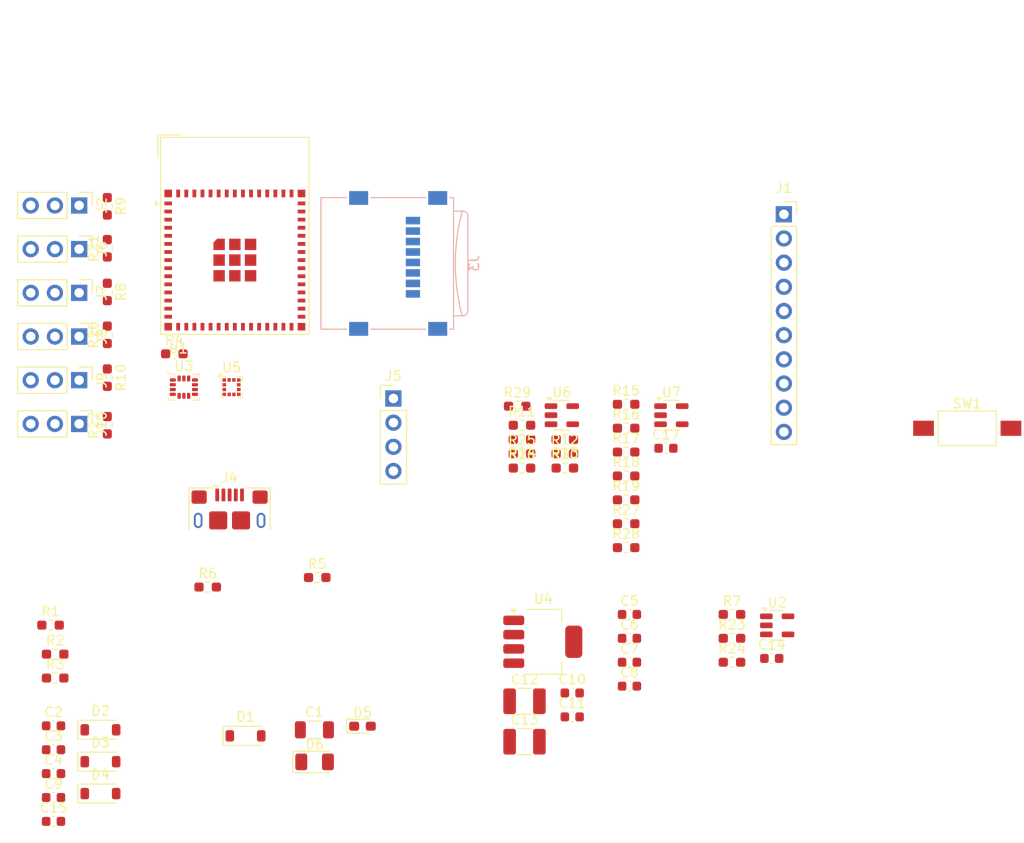
<source format=kicad_pcb>
(kicad_pcb (version 20241229) (generator "pcbnew") (generator_version "9.0")
  (layers (0 "F.Cu" signal) (2 "B.Cu" signal) (13 "F.Paste" user) (15 "B.Paste" user) (5 "F.SilkS" user "F.Silkscreen") (7 "B.SilkS" user "B.Silkscreen") (1 "F.Mask" user) (3 "B.Mask" user) (25 "Edge.Cuts" user))
  (net 0 "")
  (net 1 "Net-(U1-EN)")
  (net 2 "GND")
  (net 3 "+3V3")
  (net 4 "/TempSens/NTC+")
  (net 5 "Net-(U1-IO48)")
  (net 6 "Net-(C17-Pad2)")
  (net 7 "/Mic/MIC+")
  (net 8 "/MCU/Vusb")
  (net 9 "Net-(D1-A)")
  (net 10 "/MCU/USB_D-")
  (net 11 "/MCU/USB_D+")
  (net 12 "Net-(D5-K)")
  (net 13 "Net-(D5-A)")
  (net 14 "Net-(D6-K)")
  (net 15 "Net-(D6-A)")
  (net 16 "/PressureSensor/SNS_A")
  (net 17 "/PressureSensor/SNS_SUPPLY")
  (net 18 "/PressureSensor/SNS_B")
  (net 19 "/SERVO_2")
  (net 20 "Net-(J3-DAT2)")
  (net 21 "Net-(J3-DAT1)")
  (net 22 "Net-(J3-CLK)")
  (net 23 "Net-(J3-DAT3{slash}CD)")
  (net 24 "Net-(J3-CMD)")
  (net 25 "Net-(J3-DAT0)")
  (net 27 "Net-(J5-Pin_3)")
  (net 28 "Net-(J5-Pin_1)")
  (net 29 "Net-(J5-Pin_4)")
  (net 30 "Net-(J5-Pin_2)")
  (net 31 "/SERVO_1")
  (net 32 "/SERVO_3")
  (net 33 "/IMU/SPI_DO")
  (net 34 "/IMU/SPI_DI")
  (net 35 "/IMU/SPI_CLK")
  (net 36 "Net-(U1-IO0)")
  (net 37 "Net-(U1-IO1)")
  (net 38 "Net-(U1-IO2)")
  (net 39 "Net-(U6-+)")
  (net 40 "Net-(U6--)")
  (net 41 "Net-(R14-Pad2)")
  (net 42 "Net-(U7-+)")
  (net 43 "Net-(U7--)")
  (net 44 "Net-(R19-Pad1)")
  (net 45 "/MCU/ADC3")
  (net 46 "Net-(U2--)")
  (net 47 "/MCU/ADC1")
  (net 48 "/MCU/ADC2")
  (net 52 "/IMU/ACC_INT")
  (net 57 "/IMU/CS_ACC")
  (net 59 "/IMU/CS_MAG")
  (net 63 "/IMU/MAG_INT")
  (footprint "Resistor_SMD:R_0603_1608Metric_Pad0.98x0.95mm_HandSolder" (layer "F.Cu") (at 94.5 97.5)
    (property "Reference" "R29" (at 0 -1.43 0) (layer "F.SilkS"))
    (property "Value" "4k7")
    (pad "1" smd roundrect (at -0.9125 0) (size 0.975 0.95) (layers "F.Cu" "F.Mask" "F.Paste") (net 17 "/PressureSensor/SNS_SUPPLY"))
    (pad "2" smd roundrect (at 0.9125 0) (size 0.975 0.95) (layers "F.Cu" "F.Mask" "F.Paste") (net 3 "+3V3"))
  )
  (footprint "Resistor_SMD:R_0603_1608Metric_Pad0.98x0.95mm_HandSolder" (layer "F.Cu") (at 45.985 123.55)
    (property "Reference" "R2" (at 0 -1.43 0) (layer "F.SilkS"))
    (property "Value" "4k7")
    (pad "1" smd roundrect (at -0.9125 0) (size 0.975 0.95) (layers "F.Cu" "F.Mask" "F.Paste") (net 3 "+3V3"))
    (pad "2" smd roundrect (at 0.9125 0) (size 0.975 0.95) (layers "F.Cu" "F.Mask" "F.Paste") (net 33 "/IMU/SPI_DO"))
  )
  (footprint "Resistor_SMD:R_0603_1608Metric_Pad0.98x0.95mm_HandSolder" (layer "F.Cu") (at 51.46 94.5 -90)
    (property "Reference" "R10" (at 0 -1.43 90) (layer "F.SilkS"))
    (property "Value" "4k7")
    (pad "1" smd roundrect (at -0.9125 0 270) (size 0.975 0.95) (layers "F.Cu" "F.Mask" "F.Paste") (net 32 "/SERVO_3"))
    (pad "2" smd roundrect (at 0.9125 0 270) (size 0.975 0.95) (layers "F.Cu" "F.Mask" "F.Paste") (net 38 "Net-(U1-IO2)"))
  )
  (footprint "Capacitor_SMD:C_0603_1608Metric" (layer "F.Cu") (at 106.285 124.4)
    (property "Reference" "C7" (at 0 -1.43 0) (layer "F.SilkS"))
    (property "Value" "0u1")
    (pad "1" smd roundrect (at -0.775 0) (size 0.9 0.95) (layers "F.Cu" "F.Mask" "F.Paste") (net 3 "+3V3"))
    (pad "2" smd roundrect (at 0.775 0) (size 0.9 0.95) (layers "F.Cu" "F.Mask" "F.Paste") (net 2 "GND"))
  )
  (footprint "Capacitor_SMD:C_0603_1608Metric" (layer "F.Cu") (at 45.815 138.61)
    (property "Reference" "C9" (at 0 -1.43 0) (layer "F.SilkS"))
    (property "Value" "0u1")
    (pad "1" smd roundrect (at -0.775 0) (size 0.9 0.95) (layers "F.Cu" "F.Mask" "F.Paste") (net 3 "+3V3"))
    (pad "2" smd roundrect (at 0.775 0) (size 0.9 0.95) (layers "F.Cu" "F.Mask" "F.Paste") (net 2 "GND"))
  )
  (footprint "Resistor_SMD:R_0603_1608Metric_Pad0.98x0.95mm_HandSolder" (layer "F.Cu") (at 95 104)
    (property "Reference" "R26" (at 0 -1.43 0) (layer "F.SilkS"))
    (property "Value" "4k7")
    (pad "1" smd roundrect (at -0.9125 0) (size 0.975 0.95) (layers "F.Cu" "F.Mask" "F.Paste") (net 47 "/MCU/ADC1"))
    (pad "2" smd roundrect (at 0.9125 0) (size 0.975 0.95) (layers "F.Cu" "F.Mask" "F.Paste") (net 2 "GND"))
  )
  (footprint "Resistor_SMD:R_0603_1608Metric_Pad0.98x0.95mm_HandSolder" (layer "F.Cu") (at 117.045 124.4)
    (property "Reference" "R24" (at 0 -1.43 0) (layer "F.SilkS"))
    (property "Value" "4k7")
    (pad "1" smd roundrect (at -0.9125 0) (size 0.975 0.95) (layers "F.Cu" "F.Mask" "F.Paste") (net 46 "Net-(U2--)"))
    (pad "2" smd roundrect (at 0.9125 0) (size 0.975 0.95) (layers "F.Cu" "F.Mask" "F.Paste") (net 45 "/MCU/ADC3"))
  )
  (footprint "Capacitor_SMD:C_1206_3216Metric" (layer "F.Cu") (at 73.205 131.5)
    (property "Reference" "C1" (at 0 -1.85 0) (layer "F.SilkS"))
    (property "Value" "1u")
    (pad "1" smd roundrect (at -1.475 0) (size 1.15 1.8) (layers "F.Cu" "F.Mask" "F.Paste") (roundrect_rratio 0.217391) (net 1 "Net-(U1-EN)"))
    (pad "2" smd roundrect (at 1.475 0) (size 1.15 1.8) (layers "F.Cu" "F.Mask" "F.Paste") (roundrect_rratio 0.217391) (net 2 "GND"))
  )
  (footprint "Connector_PinSocket_2.54mm:PinSocket_1x10_P2.54mm_Vertical" (layer "F.Cu") (at 122.5 77.34)
    (property "Reference" "J1" (at 0 -2.77 0) (layer "F.SilkS"))
    (property "Value" "Conn_01x10_Pin")
    (pad "1" thru_hole rect (at 0 0) (size 1.7 1.7) (drill 1) (layers "*.Cu" "*.Mask") (net 17 "/PressureSensor/SNS_SUPPLY"))
    (pad "2" thru_hole circle (at 0 2.54) (size 1.7 1.7) (drill 1) (layers "*.Cu" "*.Mask") (net 18 "/PressureSensor/SNS_B"))
    (pad "3" thru_hole circle (at 0 5.08) (size 1.7 1.7) (drill 1) (layers "*.Cu" "*.Mask") (net 16 "/PressureSensor/SNS_A"))
    (pad "4" thru_hole circle (at 0 7.62) (size 1.7 1.7) (drill 1) (layers "*.Cu" "*.Mask") (net 2 "GND"))
    (pad "5" thru_hole circle (at 0 10.16) (size 1.7 1.7) (drill 1) (layers "*.Cu" "*.Mask") (net 7 "/Mic/MIC+"))
    (pad "6" thru_hole circle (at 0 12.7) (size 1.7 1.7) (drill 1) (layers "*.Cu" "*.Mask") (net 2 "GND"))
    (pad "7" thru_hole circle (at 0 15.24) (size 1.7 1.7) (drill 1) (layers "*.Cu" "*.Mask") (net 4 "/TempSens/NTC+"))
    (pad "8" thru_hole circle (at 0 17.78) (size 1.7 1.7) (drill 1) (layers "*.Cu" "*.Mask") (net 2 "GND"))
    (pad "9" thru_hole circle (at 0 20.32) (size 1.7 1.7) (drill 1) (layers "*.Cu" "*.Mask") (net 8 "/MCU/Vusb"))
    (pad "10" thru_hole circle (at 0 22.86) (size 1.7 1.7) (drill 1) (layers "*.Cu" "*.Mask") (net 2 "GND"))
  )
  (footprint "Resistor_SMD:R_0603_1608Metric_Pad0.98x0.95mm_HandSolder" (layer "F.Cu") (at 58.5 92)
    (property "Reference" "R4" (at 0 -1.43 0) (layer "F.SilkS"))
    (property "Value" "4k7")
    (pad "1" smd roundrect (at -0.9125 0) (size 0.975 0.95) (layers "F.Cu" "F.Mask" "F.Paste") (net 3 "+3V3"))
    (pad "2" smd roundrect (at 0.9125 0) (size 0.975 0.95) (layers "F.Cu" "F.Mask" "F.Paste") (net 35 "/IMU/SPI_CLK"))
  )
  (footprint "Package_LGA:LGA-14_3x2.5mm_P0.5mm_LayoutBorder3x4y" (layer "F.Cu") (at 59.5 95.5)
    (property "Reference" "U3" (at 0 -2.2 0) (layer "F.SilkS"))
    (property "Value" "LSM6DSM")
    (pad "1" smd roundrect (at -1.1625 -0.75) (size 0.625 0.35) (layers "F.Cu" "F.Mask" "F.Paste") (net 33 "/IMU/SPI_DO"))
    (pad "2" smd roundrect (at -1.1625 -0.25) (size 0.625 0.35) (layers "F.Cu" "F.Mask" "F.Paste") (net 2 "GND"))
    (pad "3" smd roundrect (at -1.1625 0.25) (size 0.625 0.35) (layers "F.Cu" "F.Mask" "F.Paste") (net 2 "GND"))
    (pad "4" smd roundrect (at -1.1625 0.75) (size 0.625 0.35) (layers "F.Cu" "F.Mask" "F.Paste") (net 52 "/IMU/ACC_INT"))
    (pad "5" smd roundrect (at -0.5 0.9125) (size 0.35 0.625) (layers "F.Cu" "F.Mask" "F.Paste") (net 3 "+3V3"))
    (pad "6" smd roundrect (at 0 0.9125) (size 0.35 0.625) (layers "F.Cu" "F.Mask" "F.Paste") (net 2 "GND"))
    (pad "7" smd roundrect (at 0.5 0.9125) (size 0.35 0.625) (layers "F.Cu" "F.Mask" "F.Paste") (net 2 "GND"))
    (pad "8" smd roundrect (at 1.1625 0.75) (size 0.625 0.35) (layers "F.Cu" "F.Mask" "F.Paste") (net 3 "+3V3"))
    (pad "9" smd roundrect (at 1.1625 0.25) (size 0.625 0.35) (layers "F.Cu" "F.Mask" "F.Paste"))
    (pad "10" smd roundrect (at 1.1625 -0.25) (size 0.625 0.35) (layers "F.Cu" "F.Mask" "F.Paste"))
    (pad "11" smd roundrect (at 1.1625 -0.75) (size 0.625 0.35) (layers "F.Cu" "F.Mask" "F.Paste"))
    (pad "12" smd roundrect (at 0.5 -0.9125) (size 0.35 0.625) (layers "F.Cu" "F.Mask" "F.Paste") (net 57 "/IMU/CS_ACC"))
    (pad "13" smd roundrect (at 0 -0.9125) (size 0.35 0.625) (layers "F.Cu" "F.Mask" "F.Paste") (net 35 "/IMU/SPI_CLK"))
    (pad "14" smd roundrect (at -0.5 -0.9125) (size 0.35 0.625) (layers "F.Cu" "F.Mask" "F.Paste") (net 34 "/IMU/SPI_DI"))
  )
  (footprint "Resistor_SMD:R_0603_1608Metric_Pad0.98x0.95mm_HandSolder" (layer "F.Cu") (at 105.935 109.85)
    (property "Reference" "R27" (at 0 -1.43 0) (layer "F.SilkS"))
    (property "Value" "4k7")
    (pad "1" smd roundrect (at -0.9125 0) (size 0.975 0.95) (layers "F.Cu" "F.Mask" "F.Paste") (net 44 "Net-(R19-Pad1)"))
    (pad "2" smd roundrect (at 0.9125 0) (size 0.975 0.95) (layers "F.Cu" "F.Mask" "F.Paste") (net 48 "/MCU/ADC2"))
  )
  (footprint "Capacitor_SMD:C_0603_1608Metric" (layer "F.Cu") (at 121.225 124)
    (property "Reference" "C14" (at 0 -1.43 0) (layer "F.SilkS"))
    (property "Value" "1u")
    (pad "1" smd roundrect (at -0.775 0) (size 0.9 0.95) (layers "F.Cu" "F.Mask" "F.Paste") (net 4 "/TempSens/NTC+"))
    (pad "2" smd roundrect (at 0.775 0) (size 0.9 0.95) (layers "F.Cu" "F.Mask" "F.Paste") (net 2 "GND"))
  )
  (footprint "Connector_PinHeader_2.54mm:PinHeader_1x03_P2.54mm_Vertical" (layer "F.Cu") (at 48.5 94.77 -90)
    (property "Reference" "J9" (at 0 -2.38 90) (layer "F.SilkS"))
    (property "Value" "SERVO CH 1 IN")
    (pad "1" thru_hole rect (at 0 0 270) (size 1.7 1.7) (drill 1) (layers "*.Cu" "*.Mask") (net 32 "/SERVO_3"))
    (pad "2" thru_hole circle (at 0 2.54 270) (size 1.7 1.7) (drill 1) (layers "*.Cu" "*.Mask") (net 3 "+3V3"))
    (pad "3" thru_hole circle (at 0 5.08 270) (size 1.7 1.7) (drill 1) (layers "*.Cu" "*.Mask") (net 2 "GND"))
  )
  (footprint "Resistor_SMD:R_0603_1608Metric_Pad0.98x0.95mm_HandSolder" (layer "F.Cu") (at 105.935 102.32)
    (property "Reference" "R17" (at 0 -1.43 0) (layer "F.SilkS"))
    (property "Value" "4k7")
    (pad "1" smd roundrect (at -0.9125 0) (size 0.975 0.95) (layers "F.Cu" "F.Mask" "F.Paste") (net 43 "Net-(U7--)"))
    (pad "2" smd roundrect (at 0.9125 0) (size 0.975 0.95) (layers "F.Cu" "F.Mask" "F.Paste") (net 2 "GND"))
  )
  (footprint "Capacitor_SMD:C_0603_1608Metric" (layer "F.Cu") (at 45.815 136.1)
    (property "Reference" "C4" (at 0 -1.43 0) (layer "F.SilkS"))
    (property "Value" "0u1")
    (pad "1" smd roundrect (at -0.775 0) (size 0.9 0.95) (layers "F.Cu" "F.Mask" "F.Paste") (net 3 "+3V3"))
    (pad "2" smd roundrect (at 0.775 0) (size 0.9 0.95) (layers "F.Cu" "F.Mask" "F.Paste") (net 2 "GND"))
  )
  (footprint "Resistor_SMD:R_0603_1608Metric_Pad0.98x0.95mm_HandSolder" (layer "F.Cu") (at 62 116.5)
    (property "Reference" "R6" (at 0 -1.43 0) (layer "F.SilkS"))
    (property "Value" "240R")
    (pad "1" smd roundrect (at -0.9125 0) (size 0.975 0.95) (layers "F.Cu" "F.Mask" "F.Paste") (net 15 "Net-(D6-A)"))
    (pad "2" smd roundrect (at 0.9125 0) (size 0.975 0.95) (layers "F.Cu" "F.Mask" "F.Paste") (net 3 "+3V3"))
  )
  (footprint "Capacitor_SMD:C_0603_1608Metric" (layer "F.Cu") (at 45.815 141.12)
    (property "Reference" "C15" (at 0 -1.43 0) (layer "F.SilkS"))
    (property "Value" "1u")
    (pad "1" smd roundrect (at -0.775 0) (size 0.9 0.95) (layers "F.Cu" "F.Mask" "F.Paste") (net 5 "Net-(U1-IO48)"))
    (pad "2" smd roundrect (at 0.775 0) (size 0.9 0.95) (layers "F.Cu" "F.Mask" "F.Paste") (net 2 "GND"))
  )
  (footprint "Resistor_SMD:R_0603_1608Metric_Pad0.98x0.95mm_HandSolder" (layer "F.Cu") (at 95 102.5)
    (property "Reference" "R25" (at 0 -1.43 0) (layer "F.SilkS"))
    (property "Value" "4k7")
    (pad "1" smd roundrect (at -0.9125 0) (size 0.975 0.95) (layers "F.Cu" "F.Mask" "F.Paste") (net 41 "Net-(R14-Pad2)"))
    (pad "2" smd roundrect (at 0.9125 0) (size 0.975 0.95) (layers "F.Cu" "F.Mask" "F.Paste") (net 47 "/MCU/ADC1"))
  )
  (footprint "Resistor_SMD:R_0603_1608Metric_Pad0.98x0.95mm_HandSolder" (layer "F.Cu") (at 117.045 119.38)
    (property "Reference" "R7" (at 0 -1.43 0) (layer "F.SilkS"))
    (property "Value" "4k7")
    (pad "1" smd roundrect (at -0.9125 0) (size 0.975 0.95) (layers "F.Cu" "F.Mask" "F.Paste") (net 3 "+3V3"))
    (pad "2" smd roundrect (at 0.9125 0) (size 0.975 0.95) (layers "F.Cu" "F.Mask" "F.Paste") (net 4 "/TempSens/NTC+"))
  )
  (footprint "Capacitor_SMD:C_1210_3225Metric_Pad1.33x2.70mm_HandSolder" (layer "F.Cu") (at 95.265 128.5)
    (property "Reference" "C12" (at 0 -2.3 0) (layer "F.SilkS"))
    (property "Value" "10u")
    (pad "1" smd roundrect (at -1.5625 0) (size 1.325 2.7) (layers "F.Cu" "F.Mask" "F.Paste") (roundrect_rratio 0.188679) (net 8 "/MCU/Vusb"))
    (pad "2" smd roundrect (at 1.5625 0) (size 1.325 2.7) (layers "F.Cu" "F.Mask" "F.Paste") (roundrect_rratio 0.188679) (net 2 "GND"))
  )
  (footprint "Package_TO_SOT_SMD:SOT-23-5" (layer "F.Cu") (at 99.185 98.445)
    (property "Reference" "U6" (at 0 -2.4 0) (layer "F.SilkS"))
    (property "Value" "MCP601-xOT")
    (pad "1" smd roundrect (at -1.1375 -0.95) (size 1.325 0.6) (layers "F.Cu" "F.Mask" "F.Paste") (net 41 "Net-(R14-Pad2)"))
    (pad "2" smd roundrect (at -1.1375 0) (size 1.325 0.6) (layers "F.Cu" "F.Mask" "F.Paste") (net 2 "GND"))
    (pad "3" smd roundrect (at -1.1375 0.95) (size 1.325 0.6) (layers "F.Cu" "F.Mask" "F.Paste") (net 39 "Net-(U6-+)"))
    (pad "4" smd roundrect (at 1.1375 0.95) (size 1.325 0.6) (layers "F.Cu" "F.Mask" "F.Paste") (net 40 "Net-(U6--)"))
    (pad "5" smd roundrect (at 1.1375 -0.95) (size 1.325 0.6) (layers "F.Cu" "F.Mask" "F.Paste") (net 3 "+3V3"))
  )
  (footprint "Diode_SMD:D_SOD-123" (layer "F.Cu") (at 65.970635 132.135635)
    (property "Reference" "D1" (at 0 -2 0) (layer "F.SilkS"))
    (property "Value" "1N4148W")
    (pad "1" smd roundrect (at -1.65 0) (size 0.9 1.2) (layers "F.Cu" "F.Mask" "F.Paste") (net 8 "/MCU/Vusb"))
    (pad "2" smd roundrect (at 1.65 0) (size 0.9 1.2) (layers "F.Cu" "F.Mask" "F.Paste") (net 9 "Net-(D1-A)"))
  )
  (footprint "RF_Module:ESP32-S2-MINI-1" (layer "F.Cu") (at 64.85 79.6)
    (property "Reference" "U1" (at -5.95 11.85 0) (layer "F.SilkS"))
    (property "Value" "ESP32-S3-MINI-1")
    (pad "1" smd rect (at -7 -3.4) (size 0.8 0.4) (layers "F.Cu" "F.Mask" "F.Paste") (net 2 "GND"))
    (pad "2" smd rect (at -7 -2.55) (size 0.8 0.4) (layers "F.Cu" "F.Mask" "F.Paste") (net 2 "GND"))
    (pad "3" smd rect (at -7 -1.7) (size 0.8 0.4) (layers "F.Cu" "F.Mask" "F.Paste") (net 3 "+3V3"))
    (pad "4" smd rect (at -7 -0.85) (size 0.8 0.4) (layers "F.Cu" "F.Mask" "F.Paste") (net 36 "Net-(U1-IO0)"))
    (pad "5" smd rect (at -7 0) (size 0.8 0.4) (layers "F.Cu" "F.Mask" "F.Paste") (net 37 "Net-(U1-IO1)"))
    (pad "6" smd rect (at -7 0.85) (size 0.8 0.4) (layers "F.Cu" "F.Mask" "F.Paste") (net 38 "Net-(U1-IO2)"))
    (pad "7" smd rect (at -7 1.7) (size 0.8 0.4) (layers "F.Cu" "F.Mask" "F.Paste"))
    (pad "8" smd rect (at -7 2.55) (size 0.8 0.4) (layers "F.Cu" "F.Mask" "F.Paste"))
    (pad "9" smd rect (at -7 3.4) (size 0.8 0.4) (layers "F.Cu" "F.Mask" "F.Paste"))
    (pad "10" smd rect (at -7 4.25) (size 0.8 0.4) (layers "F.Cu" "F.Mask" "F.Paste") (net 47 "/MCU/ADC1"))
    (pad "11" smd rect (at -7 5.1) (size 0.8 0.4) (layers "F.Cu" "F.Mask" "F.Paste") (net 48 "/MCU/ADC2"))
    (pad "12" smd rect (at -7 5.95) (size 0.8 0.4) (layers "F.Cu" "F.Mask" "F.Paste") (net 45 "/MCU/ADC3"))
    (pad "13" smd rect (at -7 6.8) (size 0.8 0.4) (layers "F.Cu" "F.Mask" "F.Paste"))
    (pad "14" smd rect (at -7 7.65) (size 0.8 0.4) (layers "F.Cu" "F.Mask" "F.Paste"))
    (pad "15" smd rect (at -7 8.5) (size 0.8 0.4) (layers "F.Cu" "F.Mask" "F.Paste") (net 33 "/IMU/SPI_DO"))
    (pad "16" smd rect (at -5.95 9.55 90) (size 0.8 0.4) (layers "F.Cu" "F.Mask" "F.Paste") (net 34 "/IMU/SPI_DI"))
    (pad "17" smd rect (at -5.1 9.55 90) (size 0.8 0.4) (layers "F.Cu" "F.Mask" "F.Paste") (net 35 "/IMU/SPI_CLK"))
    (pad "18" smd rect (at -4.25 9.55 90) (size 0.8 0.4) (layers "F.Cu" "F.Mask" "F.Paste") (net 57 "/IMU/CS_ACC"))
    (pad "19" smd rect (at -3.4 9.55 90) (size 0.8 0.4) (layers "F.Cu" "F.Mask" "F.Paste") (net 59 "/IMU/CS_MAG"))
    (pad "20" smd rect (at -2.55 9.55 90) (size 0.8 0.4) (layers "F.Cu" "F.Mask" "F.Paste") (net 52 "/IMU/ACC_INT"))
    (pad "21" smd rect (at -1.7 9.55 90) (size 0.8 0.4) (layers "F.Cu" "F.Mask" "F.Paste") (net 63 "/IMU/MAG_INT"))
    (pad "22" smd rect (at -0.85 9.55 90) (size 0.8 0.4) (layers "F.Cu" "F.Mask" "F.Paste"))
    (pad "23" smd rect (at 0 9.55 90) (size 0.8 0.4) (layers "F.Cu" "F.Mask" "F.Paste") (net 10 "/MCU/USB_D-"))
    (pad "24" smd rect (at 0.85 9.55 90) (size 0.8 0.4) (layers "F.Cu" "F.Mask" "F.Paste") (net 11 "/MCU/USB_D+"))
    (pad "25" smd rect (at 1.7 9.55 90) (size 0.8 0.4) (layers "F.Cu" "F.Mask" "F.Paste"))
    (pad "26" smd rect (at 2.55 9.55 90) (size 0.8 0.4) (layers "F.Cu" "F.Mask" "F.Paste") (net 12 "Net-(D5-K)"))
    (pad "27" smd rect (at 3.4 9.55 90) (size 0.8 0.4) (layers "F.Cu" "F.Mask" "F.Paste") (net 29 "Net-(J5-Pin_4)"))
    (pad "28" smd rect (at 4.25 9.55 90) (size 0.8 0.4) (layers "F.Cu" "F.Mask" "F.Paste") (net 14 "Net-(D6-K)"))
    (pad "29" smd rect (at 5.1 9.55 90) (size 0.8 0.4) (layers "F.Cu" "F.Mask" "F.Paste"))
    (pad "30" smd rect (at 5.95 9.55 90) (size 0.8 0.4) (layers "F.Cu" "F.Mask" "F.Paste") (net 5 "Net-(U1-IO48)"))
    (pad "31" smd rect (at 7 8.5) (size 0.8 0.4) (layers "F.Cu" "F.Mask" "F.Paste"))
    (pad "32" smd rect (at 7 7.65) (size 0.8 0.4) (layers "F.Cu" "F.Mask" "F.Paste") (net 20 "Net-(J3-DAT2)"))
    (pad "33" smd rect (at 7 6.8) (size 0.8 0.4) (layers "F.Cu" "F.Mask" "F.Paste") (net 23 "Net-(J3-DAT3{slash}CD)"))
    (pad "34" smd rect (at 7 5.95) (size 0.8 0.4) (layers "F.Cu" "F.Mask" "F.Paste") (net 24 "Net-(J3-CMD)"))
    (pad "35" smd rect (at 7 5.1) (size 0.8 0.4) (layers "F.Cu" "F.Mask" "F.Paste") (net 22 "Net-(J3-CLK)"))
    (pad "36" smd rect (at 7 4.25) (size 0.8 0.4) (layers "F.Cu" "F.Mask" "F.Paste") (net 25 "Net-(J3-DAT0)"))
    (pad "37" smd rect (at 7 3.4) (size 0.8 0.4) (layers "F.Cu" "F.Mask" "F.Paste") (net 21 "Net-(J3-DAT1)"))
    (pad "38" smd rect (at 7 2.55) (size 0.8 0.4) (layers "F.Cu" "F.Mask" "F.Paste") (net 28 "Net-(J5-Pin_1)"))
    (pad "39" smd rect (at 7 1.7) (size 0.8 0.4) (layers "F.Cu" "F.Mask" "F.Paste"))
    (pad "40" smd rect (at 7 0.85) (size 0.8 0.4) (layers "F.Cu" "F.Mask" "F.Paste"))
    (pad "41" smd rect (at 7 0) (size 0.8 0.4) (layers "F.Cu" "F.Mask" "F.Paste") (net 30 "Net-(J5-Pin_2)"))
    (pad "42" smd rect (at 7 -0.85) (size 0.8 0.4) (layers "F.Cu" "F.Mask" "F.Paste") (net 2 "GND"))
    (pad "43" smd rect (at 7 -1.7) (size 0.8 0.4) (layers "F.Cu" "F.Mask" "F.Paste") (net 2 "GND"))
    (pad "44" smd rect (at 7 -2.55) (size 0.8 0.4) (layers "F.Cu" "F.Mask" "F.Paste") (net 27 "Net-(J5-Pin_3)"))
    (pad "45" smd rect (at 7 -3.4) (size 0.8 0.4) (layers "F.Cu" "F.Mask" "F.Paste") (net 1 "Net-(U1-EN)"))
    (pad "46" smd rect (at 5.95 -4.45 90) (size 0.8 0.4) (layers "F.Cu" "F.Mask" "F.Paste") (net 2 "GND"))
    (pad "47" smd rect (at 5.1 -4.45 90) (size 0.8 0.4) (layers "F.Cu" "F.Mask" "F.Paste") (net 2 "GND"))
    (pad "48" smd rect (at 4.25 -4.45 90) (size 0.8 0.4) (layers "F.Cu" "F.Mask" "F.Paste") (net 2 "GND"))
    (pad "49" smd rect (at 3.4 -4.45 90) (size 0.8 0.4) (layers "F.Cu" "F.Mask" "F.Paste") (net 2 "GND"))
    (pad "50" smd rect (at 2.55 -4.45 90) (size 0.8 0.4) (layers "F.Cu" "F.Mask" "F.Paste") (net 2 "GND"))
    (pad "51" smd rect (at 1.7 -4.45 90) (size 0.8 0.4) (layers "F.Cu" "F.Mask" "F.Paste") (net 2 "GND"))
    (pad "52" smd rect (at 0.85 -4.45 90) (size 0.8 0.4) (layers "F.Cu" "F.Mask" "F.Paste") (net 2 "GND"))
    (pad "53" smd rect (at 0 -4.45 90) (size 0.8 0.4) (layers "F.Cu" "F.Mask" "F.Paste") (net 2 "GND"))
    (pad "54" smd rect (at -0.85 -4.45 90) (size 0.8 0.4) (layers "F.Cu" "F.Mask" "F.Paste") (net 2 "GND"))
    (pad "55" smd rect (at -1.7 -4.45 90) (size 0.8 0.4) (layers "F.Cu" "F.Mask" "F.Paste") (net 2 "GND"))
    (pad "56" smd rect (at -2.55 -4.45 90) (size 0.8 0.4) (layers "F.Cu" "F.Mask" "F.Paste") (net 2 "GND"))
    (pad "57" smd rect (at -3.4 -4.45 90) (size 0.8 0.4) (layers "F.Cu" "F.Mask" "F.Paste") (net 2 "GND"))
    (pad "58" smd rect (at -4.25 -4.45 90) (size 0.8 0.4) (layers "F.Cu" "F.Mask" "F.Paste") (net 2 "GND"))
    (pad "59" smd rect (at -5.1 -4.45 90) (size 0.8 0.4) (layers "F.Cu" "F.Mask" "F.Paste") (net 2 "GND"))
    (pad "60" smd rect (at -5.95 -4.45 90) (size 0.8 0.4) (layers "F.Cu" "F.Mask" "F.Paste") (net 2 "GND"))
    (pad "61" smd roundrect (at -1.65 0.9) (size 1.2 1.2) (property pad_prop_heatsink) (layers "F.Cu" "F.Mask" "F.Paste") (roundrect_rratio 0) (chamfer_ratio 0.33) (chamfer top_left) (net 2 "GND"))
    (pad "61" smd rect (at -1.65 2.55) (size 1.2 1.2) (property pad_prop_heatsink) (layers "F.Cu" "F.Mask" "F.Paste") (net 2 "GND"))
    (pad "61" smd rect (at -1.65 4.2) (size 1.2 1.2) (property pad_prop_heatsink) (layers "F.Cu" "F.Mask" "F.Paste") (net 2 "GND"))
    (pad "61" smd rect (at 0 0.9) (size 1.2 1.2) (property pad_prop_heatsink) (layers "F.Cu" "F.Mask" "F.Paste") (net 2 "GND"))
    (pad "61" smd rect (at 0 2.55) (size 1.2 1.2) (property pad_prop_heatsink) (layers "F.Cu" "F.Mask" "F.Paste") (net 2 "GND"))
    (pad "61" smd rect (at 0 4.2) (size 1.2 1.2) (property pad_prop_heatsink) (layers "F.Cu" "F.Mask" "F.Paste") (net 2 "GND"))
    (pad "61" smd rect (at 1.65 0.9) (size 1.2 1.2) (property pad_prop_heatsink) (layers "F.Cu" "F.Mask" "F.Paste") (net 2 "GND"))
    (pad "61" smd rect (at 1.65 2.55) (size 1.2 1.2) (property pad_prop_heatsink) (layers "F.Cu" "F.Mask" "F.Paste") (net 2 "GND"))
    (pad "61" smd rect (at 1.65 4.2) (size 1.2 1.2) (property pad_prop_heatsink) (layers "F.Cu" "F.Mask" "F.Paste") (net 2 "GND"))
    (pad "62" smd rect (at -7 -4.45) (size 0.8 0.8) (layers "F.Cu" "F.Mask" "F.Paste") (net 2 "GND"))
    (pad "63" smd rect (at -7 9.55) (size 0.8 0.8) (layers "F.Cu" "F.Mask" "F.Paste") (net 2 "GND"))
    (pad "64" smd rect (at 7 9.55) (size 0.8 0.8) (layers "F.Cu" "F.Mask" "F.Paste") (net 2 "GND"))
    (pad "65" smd rect (at 7 -4.45) (size 0.8 0.8) (layers "F.Cu" "F.Mask" "F.Paste") (net 2 "GND"))
  )
  (footprint "Resistor_SMD:R_0603_1608Metric_Pad0.98x0.95mm_HandSolder" (layer "F.Cu") (at 45.5 120.5)
    (property "Reference" "R1" (at 0 -1.43 0) (layer "F.SilkS"))
    (property "Value" "4k7")
    (pad "1" smd roundrect (at -0.9125 0) (size 0.975 0.95) (layers "F.Cu" "F.Mask" "F.Paste") (net 3 "+3V3"))
    (pad "2" smd roundrect (at 0.9125 0) (size 0.975 0.95) (layers "F.Cu" "F.Mask" "F.Paste") (net 1 "Net-(U1-EN)"))
  )
  (footprint "Resistor_SMD:R_0603_1608Metric_Pad0.98x0.95mm_HandSolder" (layer "F.Cu") (at 95 101 180)
    (property "Reference" "R14" (at 0 -1.43 0) (layer "F.SilkS"))
    (property "Value" "4k7")
    (pad "1" smd roundrect (at -0.9125 0 180) (size 0.975 0.95) (layers "F.Cu" "F.Mask" "F.Paste") (net 39 "Net-(U6-+)"))
    (pad "2" smd roundrect (at 0.9125 0 180) (size 0.975 0.95) (layers "F.Cu" "F.Mask" "F.Paste") (net 41 "Net-(R14-Pad2)"))
  )
  (footprint "Package_TO_SOT_SMD:SOT-23-5" (layer "F.Cu") (at 110.685 98.445)
    (property "Reference" "U7" (at 0 -2.4 0) (layer "F.SilkS"))
    (property "Value" "MCP601-xOT")
    (pad "1" smd roundrect (at -1.1375 -0.95) (size 1.325 0.6) (layers "F.Cu" "F.Mask" "F.Paste") (net 44 "Net-(R19-Pad1)"))
    (pad "2" smd roundrect (at -1.1375 0) (size 1.325 0.6) (layers "F.Cu" "F.Mask" "F.Paste") (net 2 "GND"))
    (pad "3" smd roundrect (at -1.1375 0.95) (size 1.325 0.6) (layers "F.Cu" "F.Mask" "F.Paste") (net 42 "Net-(U7-+)"))
    (pad "4" smd roundrect (at 1.1375 0.95) (size 1.325 0.6) (layers "F.Cu" "F.Mask" "F.Paste") (net 43 "Net-(U7--)"))
    (pad "5" smd roundrect (at 1.1375 -0.95) (size 1.325 0.6) (layers "F.Cu" "F.Mask" "F.Paste") (net 3 "+3V3"))
  )
  (footprint "Resistor_SMD:R_0603_1608Metric_Pad0.98x0.95mm_HandSolder" (layer "F.Cu") (at 95 99.5)
    (property "Reference" "R11" (at 0 -1.43 0) (layer "F.SilkS"))
    (property "Value" "4k7")
    (pad "1" smd roundrect (at -0.9125 0) (size 0.975 0.95) (layers "F.Cu" "F.Mask" "F.Paste") (net 18 "/PressureSensor/SNS_B"))
    (pad "2" smd roundrect (at 0.9125 0) (size 0.975 0.95) (layers "F.Cu" "F.Mask" "F.Paste") (net 39 "Net-(U6-+)"))
  )
  (footprint "Button_Switch_SMD:SW_SPST_FSMSM" (layer "F.Cu") (at 141.75 99.82)
    (property "Reference" "SW1" (at 0 -2.6 0) (layer "F.SilkS"))
    (property "Value" "SW_Push")
    (pad "1" smd rect (at -4.59 0) (size 2.18 1.6) (layers "F.Cu" "F.Mask" "F.Paste") (net 5 "Net-(U1-IO48)"))
    (pad "2" smd rect (at 4.59 0) (size 2.18 1.6) (layers "F.Cu" "F.Mask" "F.Paste") (net 2 "GND"))
  )
  (footprint "Capacitor_SMD:C_0603_1608Metric" (layer "F.Cu") (at 106.285 121.89)
    (property "Reference" "C6" (at 0 -1.43 0) (layer "F.SilkS"))
    (property "Value" "0u1")
    (pad "1" smd roundrect (at -0.775 0) (size 0.9 0.95) (layers "F.Cu" "F.Mask" "F.Paste") (net 3 "+3V3"))
    (pad "2" smd roundrect (at 0.775 0) (size 0.9 0.95) (layers "F.Cu" "F.Mask" "F.Paste") (net 2 "GND"))
  )
  (footprint "Connector_PinHeader_2.54mm:PinHeader_1x03_P2.54mm_Vertical" (layer "F.Cu") (at 48.5 90.18 -90)
    (property "Reference" "J8" (at 0 -2.38 90) (layer "F.SilkS"))
    (property "Value" "SERVO CH 1 OUT")
    (pad "1" thru_hole rect (at 0 0 270) (size 1.7 1.7) (drill 1) (layers "*.Cu" "*.Mask") (net 31 "/SERVO_1"))
    (pad "2" thru_hole circle (at 0 2.54 270) (size 1.7 1.7) (drill 1) (layers "*.Cu" "*.Mask") (net 3 "+3V3"))
    (pad "3" thru_hole circle (at 0 5.08 270) (size 1.7 1.7) (drill 1) (layers "*.Cu" "*.Mask") (net 2 "GND"))
  )
  (footprint "Capacitor_SMD:C_0603_1608Metric" (layer "F.Cu") (at 100.275 130.14)
    (property "Reference" "C11" (at 0 -1.43 0) (layer "F.SilkS"))
    (property "Value" "1u")
    (pad "1" smd roundrect (at -0.775 0) (size 0.9 0.95) (layers "F.Cu" "F.Mask" "F.Paste") (net 3 "+3V3"))
    (pad "2" smd roundrect (at 0.775 0) (size 0.9 0.95) (layers "F.Cu" "F.Mask" "F.Paste") (net 2 "GND"))
  )
  (footprint "Diode_SMD:D_SOD-123" (layer "F.Cu") (at 50.74 134.85)
    (property "Reference" "D3" (at 0 -2 0) (layer "F.SilkS"))
    (property "Value" "5V")
    (pad "1" smd roundrect (at -1.65 0) (size 0.9 1.2) (layers "F.Cu" "F.Mask" "F.Paste") (net 2 "GND"))
    (pad "2" smd roundrect (at 1.65 0) (size 0.9 1.2) (layers "F.Cu" "F.Mask" "F.Paste") (net 11 "/MCU/USB_D+"))
  )
  (footprint "Resistor_SMD:R_0603_1608Metric_Pad0.98x0.95mm_HandSolder" (layer "F.Cu") (at 51.46 85.5 -90)
    (property "Reference" "R8" (at 0 -1.43 90) (layer "F.SilkS"))
    (property "Value" "4k7")
    (pad "1" smd roundrect (at -0.9125 0 270) (size 0.975 0.95) (layers "F.Cu" "F.Mask" "F.Paste") (net 31 "/SERVO_1"))
    (pad "2" smd roundrect (at 0.9125 0 270) (size 0.975 0.95) (layers "F.Cu" "F.Mask" "F.Paste") (net 36 "Net-(U1-IO0)"))
  )
  (footprint "Resistor_SMD:R_0603_1608Metric_Pad0.98x0.95mm_HandSolder" (layer "F.Cu") (at 105.935 107.34)
    (property "Reference" "R19" (at 0 -1.43 0) (layer "F.SilkS"))
    (property "Value" "4k7")
    (pad "1" smd roundrect (at -0.9125 0) (size 0.975 0.95) (layers "F.Cu" "F.Mask" "F.Paste") (net 44 "Net-(R19-Pad1)"))
    (pad "2" smd roundrect (at 0.9125 0) (size 0.975 0.95) (layers "F.Cu" "F.Mask" "F.Paste") (net 42 "Net-(U7-+)"))
  )
  (footprint "Resistor_SMD:R_0603_1608Metric_Pad0.98x0.95mm_HandSolder" (layer "F.Cu") (at 45.985 126.06)
    (property "Reference" "R3" (at 0 -1.43 0) (layer "F.SilkS"))
    (property "Value" "4k7")
    (pad "1" smd roundrect (at -0.9125 0) (size 0.975 0.95) (layers "F.Cu" "F.Mask" "F.Paste") (net 3 "+3V3"))
    (pad "2" smd roundrect (at 0.9125 0) (size 0.975 0.95) (layers "F.Cu" "F.Mask" "F.Paste") (net 34 "/IMU/SPI_DI"))
  )
  (footprint "Resistor_SMD:R_0603_1608Metric_Pad0.98x0.95mm_HandSolder" (layer "F.Cu") (at 51.46 90 90)
    (property "Reference" "R20" (at 0 -1.43 90) (layer "F.SilkS"))
    (property "Value" "4k7")
    (pad "1" smd roundrect (at -0.9125 0 90) (size 0.975 0.95) (layers "F.Cu" "F.Mask" "F.Paste") (net 2 "GND"))
    (pad "2" smd roundrect (at 0.9125 0 90) (size 0.975 0.95) (layers "F.Cu" "F.Mask" "F.Paste") (net 36 "Net-(U1-IO0)"))
  )
  (footprint "LED_SMD:LED_0603_1608Metric_Pad1.05x0.95mm_HandSolder" (layer "F.Cu") (at 78.25 131.12)
    (property "Reference" "D5" (at 0 -1.43 0) (layer "F.SilkS"))
    (property "Value" "LED")
    (pad "1" smd roundrect (at -0.875 0) (size 1.05 0.95) (layers "F.Cu" "F.Mask" "F.Paste") (net 12 "Net-(D5-K)"))
    (pad "2" smd roundrect (at 0.875 0) (size 1.05 0.95) (layers "F.Cu" "F.Mask" "F.Paste") (net 13 "Net-(D5-A)"))
  )
  (footprint "Connector_USB:USB_Micro-B_Amphenol_10118193-0002LF_Horizontal" (layer "F.Cu") (at 64.3 109.5)
    (property "Reference" "J4" (at 0 -4.5 0) (layer "F.SilkS"))
    (property "Value" "USB_B_Micro")
    (pad "1" smd roundrect (at -1.3 -2.675) (size 0.4 1.35) (layers "F.Cu" "F.Mask" "F.Paste") (net 9 "Net-(D1-A)"))
    (pad "2" smd roundrect (at -0.65 -2.675) (size 0.4 1.35) (layers "F.Cu" "F.Mask" "F.Paste") (net 10 "/MCU/USB_D-"))
    (pad "3" smd roundrect (at 0 -2.675) (size 0.4 1.35) (layers "F.Cu" "F.Mask" "F.Paste") (net 11 "/MCU/USB_D+"))
    (pad "4" smd roundrect (at 0.65 -2.675) (size 0.4 1.35) (layers "F.Cu" "F.Mask" "F.Paste"))
    (pad "5" smd roundrect (at 1.3 -2.675) (size 0.4 1.35) (layers "F.Cu" "F.Mask" "F.Paste") (net 2 "GND"))
    (pad "6" thru_hole oval (at -3.3 0 90) (size 1.6 0.9) (drill oval 1.2 0.5) (property pad_prop_heatsink) (layers "*.Cu" "*.Mask" "F.Paste") (net 2 "GND"))
    (pad "6" smd roundrect (at -3.2 -2.45) (size 1.6 1.4) (layers "F.Cu" "F.Mask" "F.Paste") (roundrect_rratio 0.1785714286) (net 2 "GND"))
    (pad "6" smd roundrect (at -1.2 0) (size 1.9 1.9) (layers "F.Cu" "F.Mask" "F.Paste") (roundrect_rratio 0.1315789474) (net 2 "GND"))
    (pad "6" smd roundrect (at 1.2 0) (size 1.9 1.9) (layers "F.Cu" "F.Mask" "F.Paste") (roundrect_rratio 0.1315789474) (net 2 "GND"))
    (pad "6" smd roundrect (at 3.2 -2.45) (size 1.6 1.4) (layers "F.Cu" "F.Mask" "F.Paste") (roundrect_rratio 0.1785714286) (net 2 "GND"))
    (pad "6" thru_hole oval (at 3.3 0 90) (size 1.6 0.9) (drill oval 1.2 0.5) (property pad_prop_heatsink) (layers "*.Cu" "*.Mask" "F.Paste") (net 2 "GND"))
  )
  (footprint "Capacitor_SMD:C_0603_1608Metric" (layer "F.Cu") (at 45.815 131.08)
    (property "Reference" "C2" (at 0 -1.43 0) (layer "F.SilkS"))
    (property "Value" "0u1")
    (pad "1" smd roundrect (at -0.775 0) (size 0.9 0.95) (layers "F.Cu" "F.Mask" "F.Paste") (net 3 "+3V3"))
    (pad "2" smd roundrect (at 0.775 0) (size 0.9 0.95) (layers "F.Cu" "F.Mask" "F.Paste") (net 2 "GND"))
  )
  (footprint "Resistor_SMD:R_0603_1608Metric_Pad0.98x0.95mm_HandSolder" (layer "F.Cu") (at 51.46 99.5 90)
    (property "Reference" "R22" (at 0 -1.43 90) (layer "F.SilkS"))
    (property "Value" "4k7")
    (pad "1" smd roundrect (at -0.9125 0 90) (size 0.975 0.95) (layers "F.Cu" "F.Mask" "F.Paste") (net 2 "GND"))
    (pad "2" smd roundrect (at 0.9125 0 90) (size 0.975 0.95) (layers "F.Cu" "F.Mask" "F.Paste") (net 38 "Net-(U1-IO2)"))
  )
  (footprint "Resistor_SMD:R_0603_1608Metric_Pad0.98x0.95mm_HandSolder" (layer "F.Cu") (at 117.045 121.89)
    (property "Reference" "R23" (at 0 -1.43 0) (layer "F.SilkS"))
    (property "Value" "4k7")
    (pad "1" smd roundrect (at -0.9125 0) (size 0.975 0.95) (layers "F.Cu" "F.Mask" "F.Paste") (net 45 "/MCU/ADC3"))
    (pad "2" smd roundrect (at 0.9125 0) (size 0.975 0.95) (layers "F.Cu" "F.Mask" "F.Paste") (net 2 "GND"))
  )
  (footprint "Package_TO_SOT_SMD:SOT-223-5" (layer "F.Cu") (at 97.185 122.25)
    (property "Reference" "U4" (at 0.0625 -4.5 0) (layer "F.SilkS"))
    (property "Value" "LP38693MP-3.3")
    (pad "1" smd roundrect (at -3.05 -2.25) (size 2.2 1) (layers "F.Cu" "F.Mask" "F.Paste") (net 8 "/MCU/Vusb"))
    (pad "2" smd roundrect (at -3.05 -0.75) (size 2.2 1) (layers "F.Cu" "F.Mask" "F.Paste"))
    (pad "3" smd roundrect (at -3.05 0.75) (size 2.2 1) (layers "F.Cu" "F.Mask" "F.Paste") (net 3 "+3V3"))
    (pad "4" smd roundrect (at -3.05 2.25) (size 2.2 1) (layers "F.Cu" "F.Mask" "F.Paste") (net 8 "/MCU/Vusb"))
    (pad "5" smd roundrect (at 3.25 0) (size 1.8 3.4) (layers "F.Cu" "F.Mask" "F.Paste") (net 2 "GND"))
  )
  (footprint "Connector_PinHeader_2.54mm:PinHeader_1x03_P2.54mm_Vertical" (layer "F.Cu") (at 48.5 99.36 -90)
    (property "Reference" "J10" (at 0 -2.38 90) (layer "F.SilkS"))
    (property "Value" "SERVO CH 1 OUT")
    (pad "1" thru_hole rect (at 0 0 270) (size 1.7 1.7) (drill 1) (layers "*.Cu" "*.Mask") (net 32 "/SERVO_3"))
    (pad "2" thru_hole circle (at 0 2.54 270) (size 1.7 1.7) (drill 1) (layers "*.Cu" "*.Mask") (net 3 "+3V3"))
    (pad "3" thru_hole circle (at 0 5.08 270) (size 1.7 1.7) (drill 1) (layers "*.Cu" "*.Mask") (net 2 "GND"))
  )
  (footprint "Capacitor_SMD:C_0603_1608Metric" (layer "F.Cu") (at 45.815 133.59)
    (property "Reference" "C3" (at 0 -1.43 0) (layer "F.SilkS"))
    (property "Value" "0u1")
    (pad "1" smd roundrect (at -0.775 0) (size 0.9 0.95) (layers "F.Cu" "F.Mask" "F.Paste") (net 3 "+3V3"))
    (pad "2" smd roundrect (at 0.775 0) (size 0.9 0.95) (layers "F.Cu" "F.Mask" "F.Paste") (net 2 "GND"))
  )
  (footprint "LED_SMD:LED_1206_3216Metric" (layer "F.Cu") (at 73.225 134.87)
    (property "Reference" "D6" (at 0 -1.83 0) (layer "F.SilkS"))
    (property "Value" "LED")
    (pad "1" smd roundrect (at -1.4 0) (size 1.25 1.75) (layers "F.Cu" "F.Mask" "F.Paste") (roundrect_rratio 0.2) (net 14 "Net-(D6-K)"))
    (pad "2" smd roundrect (at 1.4 0) (size 1.25 1.75) (layers "F.Cu" "F.Mask" "F.Paste") (roundrect_rratio 0.2) (net 15 "Net-(D6-A)"))
  )
  (footprint "Resistor_SMD:R_0603_1608Metric_Pad0.98x0.95mm_HandSolder" (layer "F.Cu") (at 105.935 99.81)
    (property "Reference" "R16" (at 0 -1.43 0) (layer "F.SilkS"))
    (property "Value" "4k7")
    (pad "1" smd roundrect (at -0.9125 0) (size 0.975 0.95) (layers "F.Cu" "F.Mask" "F.Paste") (net 42 "Net-(U7-+)"))
    (pad "2" smd roundrect (at 0.9125 0) (size 0.975 0.95) (layers "F.Cu" "F.Mask" "F.Paste") (net 6 "Net-(C17-Pad2)"))
  )
  (footprint "Resistor_SMD:R_0603_1608Metric_Pad0.98x0.95mm_HandSolder" (layer "F.Cu") (at 105.935 104.83)
    (property "Reference" "R18" (at 0 -1.43 0) (layer "F.SilkS"))
    (property "Value" "4k7")
    (pad "1" smd roundrect (at -0.9125 0) (size 0.975 0.95) (layers "F.Cu" "F.Mask" "F.Paste") (net 43 "Net-(U7--)"))
    (pad "2" smd roundrect (at 0.9125 0) (size 0.975 0.95) (layers "F.Cu" "F.Mask" "F.Paste") (net 3 "+3V3"))
  )
  (footprint "Connector_PinHeader_2.54mm:PinHeader_1x03_P2.54mm_Vertical" (layer "F.Cu") (at 48.5 85.59 -90)
    (property "Reference" "J7" (at 0 -2.38 90) (layer "F.SilkS"))
    (property "Value" "SERVO CH 1 IN")
    (pad "1" thru_hole rect (at 0 0 270) (size 1.7 1.7) (drill 1) (layers "*.Cu" "*.Mask") (net 31 "/SERVO_1"))
    (pad "2" thru_hole circle (at 0 2.54 270) (size 1.7 1.7) (drill 1) (layers "*.Cu" "*.Mask") (net 3 "+3V3"))
    (pad "3" thru_hole circle (at 0 5.08 270) (size 1.7 1.7) (drill 1) (layers "*.Cu" "*.Mask") (net 2 "GND"))
  )
  (footprint "Resistor_SMD:R_0603_1608Metric_Pad0.98x0.95mm_HandSolder" (layer "F.Cu") (at 99.5 102.5)
    (property "Reference" "R12" (at 0 -1.43 0) (layer "F.SilkS"))
    (property "Value" "4k7")
    (pad "1" smd roundrect (at -0.9125 0) (size 0.975 0.95) (layers "F.Cu" "F.Mask" "F.Paste") (net 16 "/PressureSensor/SNS_A"))
    (pad "2" smd roundrect (at 0.9125 0) (size 0.975 0.95) (layers "F.Cu" "F.Mask" "F.Paste") (net 40 "Net-(U6--)"))
  )
  (footprint "Connector_PinHeader_2.54mm:PinHeader_1x04_P2.54mm_Vertical" (layer "F.Cu") (at 81.5 96.69)
    (property "Reference" "J5" (at 0 -2.38 0) (layer "F.SilkS"))
    (property "Value" "Conn_01x04_Pin")
    (pad "1" thru_hole rect (at 0 0) (size 1.7 1.7) (drill 1) (layers "*.Cu" "*.Mask") (net 28 "Net-(J5-Pin_1)"))
    (pad "2" thru_hole circle (at 0 2.54) (size 1.7 1.7) (drill 1) (layers "*.Cu" "*.Mask") (net 30 "Net-(J5-Pin_2)"))
    (pad "3" thru_hole circle (at 0 5.08) (size 1.7 1.7) (drill 1) (layers "*.Cu" "*.Mask") (net 27 "Net-(J5-Pin_3)"))
    (pad "4" thru_hole circle (at 0 7.62) (size 1.7 1.7) (drill 1) (layers "*.Cu" "*.Mask") (net 29 "Net-(J5-Pin_4)"))
  )
  (footprint "Resistor_SMD:R_0603_1608Metric_Pad0.98x0.95mm_HandSolder" (layer "F.Cu") (at 105.935 97.3)
    (property "Reference" "R15" (at 0 -1.43 0) (layer "F.SilkS"))
    (property "Value" "4k7")
    (pad "1" smd roundrect (at -0.9125 0) (size 0.975 0.95) (layers "F.Cu" "F.Mask" "F.Paste") (net 7 "/Mic/MIC+"))
    (pad "2" smd roundrect (at 0.9125 0) (size 0.975 0.95) (layers "F.Cu" "F.Mask" "F.Paste") (net 3 "+3V3"))
  )
  (footprint "Resistor_SMD:R_0603_1608Metric_Pad0.98x0.95mm_HandSolder" (layer "F.Cu") (at 99.5 101 180)
    (property "Reference" "R13" (at 0 -1.43 0) (layer "F.SilkS"))
    (property "Value" "4k7")
    (pad "1" smd roundrect (at -0.9125 0 180) (size 0.975 0.95) (layers "F.Cu" "F.Mask" "F.Paste") (net 40 "Net-(U6--)"))
    (pad "2" smd roundrect (at 0.9125 0 180) (size 0.975 0.95) (layers "F.Cu" "F.Mask" "F.Paste") (net 2 "GND"))
  )
  (footprint "Diode_SMD:D_SOD-123" (layer "F.Cu") (at 50.74 138.2)
    (property "Reference" "D4" (at 0 -2 0) (layer "F.SilkS"))
    (property "Value" "5V")
    (pad "1" smd roundrect (at -1.65 0) (size 0.9 1.2) (layers "F.Cu" "F.Mask" "F.Paste") (net 2 "GND"))
    (pad "2" smd roundrect (at 1.65 0) (size 0.9 1.2) (layers "F.Cu" "F.Mask" "F.Paste") (net 9 "Net-(D1-A)"))
  )
  (footprint "Package_LGA:LGA-12_2x2mm_P0.5mm" (layer "F.Cu") (at 64.5 95.5)
    (property "Reference" "U5" (at 0 -2.075 0) (layer "F.SilkS"))
    (property "Value" "LIS3MDL")
    (pad "1" smd rect (at -0.7625 -0.75) (size 0.375 0.35) (layers "F.Cu" "F.Mask" "F.Paste") (net 35 "/IMU/SPI_CLK"))
    (pad "2" smd rect (at -0.7625 -0.25) (size 0.375 0.35) (layers "F.Cu" "F.Mask" "F.Paste") (net 2 "GND"))
    (pad "3" smd rect (at -0.7625 0.25) (size 0.375 0.35) (layers "F.Cu" "F.Mask" "F.Paste") (net 2 "GND"))
    (pad "4" smd rect (at -0.7625 0.75) (size 0.375 0.35) (layers "F.Cu" "F.Mask" "F.Paste"))
    (pad "5" smd rect (at -0.25 0.7625 90) (size 0.375 0.35) (layers "F.Cu" "F.Mask" "F.Paste") (net 3 "+3V3"))
    (pad "6" smd rect (at 0.25 0.7625 90) (size 0.375 0.35) (layers "F.Cu" "F.Mask" "F.Paste") (net 3 "+3V3"))
    (pad "7" smd rect (at 0.7625 0.75) (size 0.375 0.35) (layers "F.Cu" "F.Mask" "F.Paste") (net 63 "/IMU/MAG_INT"))
    (pad "8" smd rect (at 0.7625 0.25) (size 0.375 0.35) (layers "F.Cu" "F.Mask" "F.Paste"))
    (pad "9" smd rect (at 0.7625 -0.25) (size 0.375 0.35) (layers "F.Cu" "F.Mask" "F.Paste") (net 33 "/IMU/SPI_DO"))
    (pad "10" smd rect (at 0.7625 -0.75) (size 0.375 0.35) (layers "F.Cu" "F.Mask" "F.Paste") (net 59 "/IMU/CS_MAG"))
    (pad "11" smd rect (at 0.25 -0.7625 90) (size 0.375 0.35) (layers "F.Cu" "F.Mask" "F.Paste") (net 34 "/IMU/SPI_DI"))
    (pad "12" smd rect (at -0.25 -0.7625 90) (size 0.375 0.35) (layers "F.Cu" "F.Mask" "F.Paste") (net 2 "GND"))
  )
  (footprint "Resistor_SMD:R_0603_1608Metric_Pad0.98x0.95mm_HandSolder" (layer "F.Cu") (at 99.5 104)
    (property "Reference" "R30" (at 0 -1.43 0) (layer "F.SilkS"))
    (property "Value" "4k7")
    (pad "1" smd roundrect (at -0.9125 0) (size 0.975 0.95) (layers "F.Cu" "F.Mask" "F.Paste") (net 40 "Net-(U6--)"))
    (pad "2" smd roundrect (at 0.9125 0) (size 0.975 0.95) (layers "F.Cu" "F.Mask" "F.Paste") (net 41 "Net-(R14-Pad2)"))
  )
  (footprint "Diode_SMD:D_SOD-123" (layer "F.Cu") (at 50.74 131.5)
    (property "Reference" "D2" (at 0 -2 0) (layer "F.SilkS"))
    (property "Value" "5V")
    (pad "1" smd roundrect (at -1.65 0) (size 0.9 1.2) (layers "F.Cu" "F.Mask" "F.Paste") (net 2 "GND"))
    (pad "2" smd roundrect (at 1.65 0) (size 0.9 1.2) (layers "F.Cu" "F.Mask" "F.Paste") (net 10 "/MCU/USB_D-"))
  )
  (footprint "Capacitor_SMD:C_0603_1608Metric" (layer "F.Cu") (at 100.275 127.63)
    (property "Reference" "C10" (at 0 -1.43 0) (layer "F.SilkS"))
    (property "Value" "1u")
    (pad "1" smd roundrect (at -0.775 0) (size 0.9 0.95) (layers "F.Cu" "F.Mask" "F.Paste") (net 8 "/MCU/Vusb"))
    (pad "2" smd roundrect (at 0.775 0) (size 0.9 0.95) (layers "F.Cu" "F.Mask" "F.Paste") (net 2 "GND"))
  )
  (footprint "Capacitor_SMD:C_0603_1608Metric" (layer "F.Cu") (at 106.285 119.38)
    (property "Reference" "C5" (at 0 -1.43 0) (layer "F.SilkS"))
    (property "Value" "0u1")
    (pad "1" smd roundrect (at -0.775 0) (size 0.9 0.95) (layers "F.Cu" "F.Mask" "F.Paste") (net 3 "+3V3"))
    (pad "2" smd roundrect (at 0.775 0) (size 0.9 0.95) (layers "F.Cu" "F.Mask" "F.Paste") (net 2 "GND"))
  )
  (footprint "Capacitor_SMD:C_0603_1608Metric" (layer "F.Cu") (at 106.285 126.91)
    (property "Reference" "C8" (at 0 -1.43 0) (layer "F.SilkS"))
    (property "Value" "0u1")
    (pad "1" smd roundrect (at -0.775 0) (size 0.9 0.95) (layers "F.Cu" "F.Mask" "F.Paste") (net 3 "+3V3"))
    (pad "2" smd roundrect (at 0.775 0) (size 0.9 0.95) (layers "F.Cu" "F.Mask" "F.Paste") (net 2 "GND"))
  )
  (footprint "Resistor_SMD:R_0603_1608Metric_Pad0.98x0.95mm_HandSolder" (layer "F.Cu") (at 73.5 115.5)
    (property "Reference" "R5" (at 0 -1.43 0) (layer "F.SilkS"))
    (property "Value" "240R")
    (pad "1" smd roundrect (at -0.9125 0) (size 0.975 0.95) (layers "F.Cu" "F.Mask" "F.Paste") (net 13 "Net-(D5-A)"))
    (pad "2" smd roundrect (at 0.9125 0) (size 0.975 0.95) (layers "F.Cu" "F.Mask" "F.Paste") (net 3 "+3V3"))
  )
  (footprint "Capacitor_SMD:C_1210_3225Metric_Pad1.33x2.70mm_HandSolder" (layer "F.Cu") (at 95.265 132.75)
    (property "Reference" "C13" (at 0 -2.3 0) (layer "F.SilkS"))
    (property "Value" "10u")
    (pad "1" smd roundrect (at -1.5625 0) (size 1.325 2.7) (layers "F.Cu" "F.Mask" "F.Paste") (roundrect_rratio 0.188679) (net 3 "+3V3"))
    (pad "2" smd roundrect (at 1.5625 0) (size 1.325 2.7) (layers "F.Cu" "F.Mask" "F.Paste") (roundrect_rratio 0.188679) (net 2 "GND"))
  )
  (footprint "Connector_PinHeader_2.54mm:PinHeader_1x03_P2.54mm_Vertical" (layer "F.Cu") (at 48.5 81 -90)
    (property "Reference" "J6" (at 0 -2.38 90) (layer "F.SilkS"))
    (property "Value" "SERVO CH 1 OUT")
    (pad "1" thru_hole rect (at 0 0 270) (size 1.7 1.7) (drill 1) (layers "*.Cu" "*.Mask") (net 19 "/SERVO_2"))
    (pad "2" thru_hole circle (at 0 2.54 270) (size 1.7 1.7) (drill 1) (layers "*.Cu" "*.Mask") (net 3 "+3V3"))
    (pad "3" thru_hole circle (at 0 5.08 270) (size 1.7 1.7) (drill 1) (layers "*.Cu" "*.Mask") (net 2 "GND"))
  )
  (footprint "Resistor_SMD:R_0603_1608Metric_Pad0.98x0.95mm_HandSolder" (layer "F.Cu") (at 105.935 112.36)
    (property "Reference" "R28" (at 0 -1.43 0) (layer "F.SilkS"))
    (property "Value" "4k7")
    (pad "1" smd roundrect (at -0.9125 0) (size 0.975 0.95) (layers "F.Cu" "F.Mask" "F.Paste") (net 48 "/MCU/ADC2"))
    (pad "2" smd roundrect (at 0.9125 0) (size 0.975 0.95) (layers "F.Cu" "F.Mask" "F.Paste") (net 2 "GND"))
  )
  (footprint "Connector_PinHeader_2.54mm:PinHeader_1x03_P2.54mm_Vertical" (layer "F.Cu") (at 48.5 76.41 -90)
    (property "Reference" "J2" (at 0 -2.38 90) (layer "F.SilkS"))
    (property "Value" "SERVO CH 1 IN")
    (pad "1" thru_hole rect (at 0 0 270) (size 1.7 1.7) (drill 1) (layers "*.Cu" "*.Mask") (net 19 "/SERVO_2"))
    (pad "2" thru_hole circle (at 0 2.54 270) (size 1.7 1.7) (drill 1) (layers "*.Cu" "*.Mask") (net 3 "+3V3"))
    (pad "3" thru_hole circle (at 0 5.08 270) (size 1.7 1.7) (drill 1) (layers "*.Cu" "*.Mask") (net 2 "GND"))
  )
  (footprint "Resistor_SMD:R_0603_1608Metric_Pad0.98x0.95mm_HandSolder" (layer "F.Cu") (at 51.46 80.91 90)
    (property "Reference" "R21" (at 0 -1.43 90) (layer "F.SilkS"))
    (property "Value" "4k7")
    (pad "1" smd roundrect (at -0.9125 0 90) (size 0.975 0.95) (layers "F.Cu" "F.Mask" "F.Paste") (net 2 "GND"))
    (pad "2" smd roundrect (at 0.9125 0 90) (size 0.975 0.95) (layers "F.Cu" "F.Mask" "F.Paste") (net 37 "Net-(U1-IO1)"))
  )
  (footprint "Capacitor_SMD:C_0603_1608Metric" (layer "F.Cu") (at 110.115 101.92)
    (property "Reference" "C17" (at 0 -1.43 0) (layer "F.SilkS"))
    (property "Value" "1u")
    (pad "1" smd roundrect (at -0.775 0) (size 0.9 0.95) (layers "F.Cu" "F.Mask" "F.Paste") (net 7 "/Mic/MIC+"))
    (pad "2" smd roundrect (at 0.775 0) (size 0.9 0.95) (layers "F.Cu" "F.Mask" "F.Paste") (net 6 "Net-(C17-Pad2)"))
  )
  (footprint "Resistor_SMD:R_0603_1608Metric_Pad0.98x0.95mm_HandSolder" (layer "F.Cu") (at 51.46 76.5 -90)
    (property "Reference" "R9" (at 0 -1.43 90) (layer "F.SilkS"))
    (property "Value" "4k7")
    (pad "1" smd roundrect (at -0.9125 0 270) (size 0.975 0.95) (layers "F.Cu" "F.Mask" "F.Paste") (net 19 "/SERVO_2"))
    (pad "2" smd roundrect (at 0.9125 0 270) (size 0.975 0.95) (layers "F.Cu" "F.Mask" "F.Paste") (net 37 "Net-(U1-IO1)"))
  )
  (footprint "Package_TO_SOT_SMD:SOT-23-5" (layer "F.Cu") (at 121.795 120.525)
    (property "Reference" "U2" (at 0 -2.4 0) (layer "F.SilkS"))
    (property "Value" "MCP601-xOT")
    (pad "1" smd roundrect (at -1.1375 -0.95) (size 1.325 0.6) (layers "F.Cu" "F.Mask" "F.Paste") (net 46 "Net-(U2--)"))
    (pad "2" smd roundrect (at -1.1375 0) (size 1.325 0.6) (layers "F.Cu" "F.Mask" "F.Paste") (net 2 "GND"))
    (pad "3" smd roundrect (at -1.1375 0.95) (size 1.325 0.6) (layers "F.Cu" "F.Mask" "F.Paste") (net 4 "/TempSens/NTC+"))
    (pad "4" smd roundrect (at 1.1375 0.95) (size 1.325 0.6) (layers "F.Cu" "F.Mask" "F.Paste") (net 46 "Net-(U2--)"))
    (pad "5" smd roundrect (at 1.1375 -0.95) (size 1.325 0.6) (layers "F.Cu" "F.Mask" "F.Paste") (net 3 "+3V3"))
  )
  (footprint "Connector_Card:microSD_HC_Wuerth_693072010801" (layer "B.Cu") (at 82 82.5 90)
    (property "Reference" "J3" (at 0 7.99 90) (layer "B.SilkS") (effects (justify mirror)))
    (property "Value" "Micro_SD_Card")
    (pad "1" smd rect (at -3.2 1.55 90) (size 0.8 1.5) (layers "B.Cu" "B.Mask" "B.Paste") (net 20 "Net-(J3-DAT2)"))
    (pad "2" smd rect (at -2.1 1.55 90) (size 0.8 1.5) (layers "B.Cu" "B.Mask" "B.Paste") (net 23 "Net-(J3-DAT3{slash}CD)"))
    (pad "3" smd rect (at -1 1.55 90) (size 0.8 1.5) (layers "B.Cu" "B.Mask" "B.Paste") (net 24 "Net-(J3-CMD)"))
    (pad "4" smd rect (at 0.1 1.55 90) (size 0.8 1.5) (layers "B.Cu" "B.Mask" "B.Paste") (net 3 "+3V3"))
    (pad "5" smd rect (at 1.2 1.55 90) (size 0.8 1.5) (layers "B.Cu" "B.Mask" "B.Paste") (net 22 "Net-(J3-CLK)"))
    (pad "6" smd rect (at 2.3 1.55 90) (size 0.8 1.5) (layers "B.Cu" "B.Mask" "B.Paste") (net 2 "GND"))
    (pad "7" smd rect (at 3.4 1.55 90) (size 0.8 1.5) (layers "B.Cu" "B.Mask" "B.Paste") (net 25 "Net-(J3-DAT0)"))
    (pad "8" smd rect (at 4.5 1.55 90) (size 0.8 1.5) (layers "B.Cu" "B.Mask" "B.Paste") (net 21 "Net-(J3-DAT1)"))
    (pad "9" smd rect (at -6.875 -4.15 90) (size 1.45 2) (layers "B.Cu" "B.Mask" "B.Paste") (net 2 "GND"))
    (pad "9" smd rect (at -6.875 4.15 90) (size 1.45 2) (layers "B.Cu" "B.Mask" "B.Paste") (net 2 "GND"))
    (pad "9" smd rect (at 6.875 -4.15 90) (size 1.45 2) (layers "B.Cu" "B.Mask" "B.Paste") (net 2 "GND"))
    (pad "9" smd rect (at 6.875 4.15 90) (size 1.45 2) (layers "B.Cu" "B.Mask" "B.Paste") (net 2 "GND"))
  )
  (segment (start 71.85 83) (end 71.65 83) (width 0.2) (layer "F.Cu") (net 21))
)
</source>
